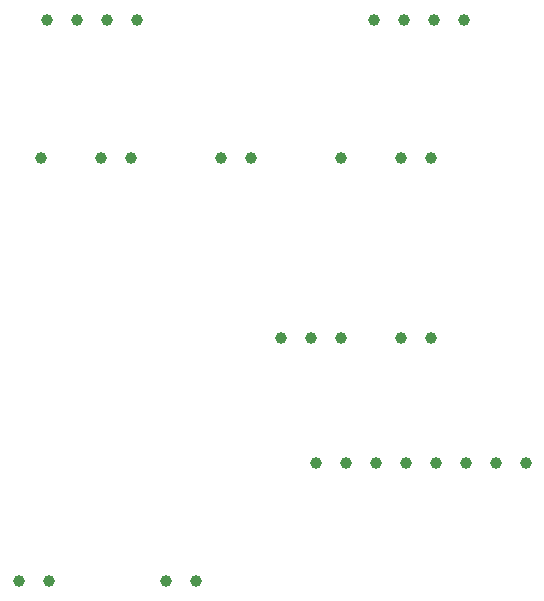
<source format=gbr>
G04 PROTEUS GERBER X2 FILE*
%TF.GenerationSoftware,Labcenter,Proteus,8.15-SP1-Build34318*%
%TF.CreationDate,2023-12-30T15:36:42+00:00*%
%TF.FileFunction,Plated,0,1,PTH*%
%TF.FilePolarity,Positive*%
%TF.Part,Single*%
%TF.SameCoordinates,{cd41d306-8311-4b46-bbee-fcf873c3b973}*%
%FSLAX45Y45*%
%MOMM*%
G01*
%TA.AperFunction,ComponentDrill*%
%ADD15C,1.000000*%
%TD.AperFunction*%
D15*
X-4758000Y+1250000D03*
X-5012000Y+1250000D03*
X-1246000Y+6000000D03*
X-1500000Y+6000000D03*
X-1754000Y+6000000D03*
X-2008000Y+6000000D03*
X-4008000Y+6000000D03*
X-4262000Y+6000000D03*
X-4516000Y+6000000D03*
X-4770000Y+6000000D03*
X-3512000Y+1250000D03*
X-3766000Y+1250000D03*
X-2500000Y+2250000D03*
X-2246000Y+2250000D03*
X-1992000Y+2250000D03*
X-1738000Y+2250000D03*
X-1484000Y+2250000D03*
X-1230000Y+2250000D03*
X-976000Y+2250000D03*
X-722000Y+2250000D03*
X-1524000Y+3302000D03*
X-1778000Y+3302000D03*
X-2286000Y+3302000D03*
X-2540000Y+3302000D03*
X-2794000Y+3302000D03*
X-4826000Y+4826000D03*
X-4318000Y+4826000D03*
X-4064000Y+4826000D03*
X-3302000Y+4826000D03*
X-3048000Y+4826000D03*
X-2286000Y+4826000D03*
X-1778000Y+4826000D03*
X-1524000Y+4826000D03*
M02*

</source>
